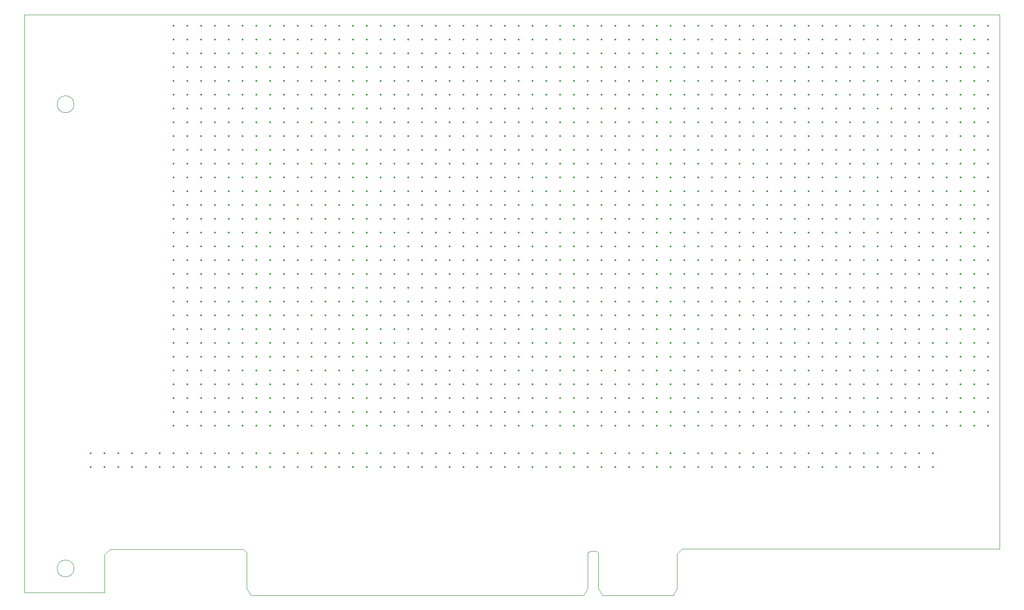
<source format=gbr>
%TF.GenerationSoftware,KiCad,Pcbnew,9.0.2*%
%TF.CreationDate,2025-06-03T09:59:19-04:00*%
%TF.ProjectId,PCI_Proto,5043495f-5072-46f7-946f-2e6b69636164,rev?*%
%TF.SameCoordinates,Original*%
%TF.FileFunction,Profile,NP*%
%FSLAX46Y46*%
G04 Gerber Fmt 4.6, Leading zero omitted, Abs format (unit mm)*
G04 Created by KiCad (PCBNEW 9.0.2) date 2025-06-03 09:59:19*
%MOMM*%
%LPD*%
G01*
G04 APERTURE LIST*
%TA.AperFunction,Profile*%
%ADD10C,0.050000*%
%TD*%
%ADD11C,0.350000*%
G04 APERTURE END LIST*
D10*
X84000000Y-146144365D02*
X84000000Y-139250000D01*
X84000000Y-139250000D02*
X85000000Y-138250000D01*
X190250000Y-138150000D02*
X248600000Y-138150000D01*
X174435000Y-138535000D02*
X173265000Y-138535000D01*
X189300000Y-139100000D02*
X190250000Y-138150000D01*
X172900000Y-145444365D02*
X172100000Y-146700000D01*
X188600000Y-146700000D02*
X175600000Y-146700000D01*
X69250000Y-146144365D02*
X69250000Y-39750000D01*
X69250000Y-39750000D02*
X248600000Y-39750000D01*
X110100000Y-145444365D02*
X110100000Y-138800000D01*
X174800000Y-145444365D02*
X175600000Y-146700000D01*
X174800000Y-138900000D02*
X174435000Y-138535000D01*
X174800000Y-145444365D02*
X174800000Y-138900000D01*
X78355635Y-56244365D02*
G75*
G02*
X75244365Y-56244365I-1555635J0D01*
G01*
X75244365Y-56244365D02*
G75*
G02*
X78355635Y-56244365I1555635J0D01*
G01*
X85000000Y-138250000D02*
X109500000Y-138250000D01*
X172900000Y-138900000D02*
X172900000Y-145444365D01*
X110100000Y-145444365D02*
X110850000Y-146700000D01*
X78355635Y-141744365D02*
G75*
G02*
X75244365Y-141744365I-1555635J0D01*
G01*
X75244365Y-141744365D02*
G75*
G02*
X78355635Y-141744365I1555635J0D01*
G01*
X109500000Y-138250000D02*
X110100000Y-138800000D01*
X189300000Y-145444365D02*
X188600000Y-146700000D01*
X69250000Y-146144365D02*
X84000000Y-146144365D01*
X172900000Y-138900000D02*
X173265000Y-138535000D01*
X248600000Y-39750000D02*
X248600000Y-138150000D01*
X189300000Y-145444365D02*
X189300000Y-139100000D01*
X172100000Y-146700000D02*
X110850000Y-146700000D01*
D11*
X198280000Y-64644365D03*
X200820000Y-64644365D03*
X203360000Y-64644365D03*
X205900000Y-64644365D03*
X208440000Y-64644365D03*
X210980000Y-64644365D03*
X213520000Y-64644365D03*
X216060000Y-64644365D03*
X218600000Y-64644365D03*
X221140000Y-64644365D03*
X198280000Y-62104365D03*
X200820000Y-62104365D03*
X203360000Y-62104365D03*
X205900000Y-62104365D03*
X208440000Y-62104365D03*
X210980000Y-62104365D03*
X213520000Y-62104365D03*
X216060000Y-62104365D03*
X218600000Y-62104365D03*
X221140000Y-62104365D03*
X198280000Y-59564365D03*
X200820000Y-59564365D03*
X203360000Y-59564365D03*
X205900000Y-59564365D03*
X208440000Y-59564365D03*
X210980000Y-59564365D03*
X213520000Y-59564365D03*
X216060000Y-59564365D03*
X218600000Y-59564365D03*
X221140000Y-59564365D03*
X198280000Y-57024365D03*
X200820000Y-57024365D03*
X203360000Y-57024365D03*
X205900000Y-57024365D03*
X208440000Y-57024365D03*
X210980000Y-57024365D03*
X213520000Y-57024365D03*
X216060000Y-57024365D03*
X218600000Y-57024365D03*
X221140000Y-57024365D03*
X198280000Y-54484365D03*
X200820000Y-54484365D03*
X203360000Y-54484365D03*
X205900000Y-54484365D03*
X208440000Y-54484365D03*
X210980000Y-54484365D03*
X213520000Y-54484365D03*
X216060000Y-54484365D03*
X218600000Y-54484365D03*
X221140000Y-54484365D03*
X198280000Y-51944365D03*
X200820000Y-51944365D03*
X203360000Y-51944365D03*
X205900000Y-51944365D03*
X208440000Y-51944365D03*
X210980000Y-51944365D03*
X213520000Y-51944365D03*
X216060000Y-51944365D03*
X218600000Y-51944365D03*
X221140000Y-51944365D03*
X198280000Y-49404365D03*
X200820000Y-49404365D03*
X203360000Y-49404365D03*
X205900000Y-49404365D03*
X208440000Y-49404365D03*
X210980000Y-49404365D03*
X213520000Y-49404365D03*
X216060000Y-49404365D03*
X218600000Y-49404365D03*
X221140000Y-49404365D03*
X198280000Y-46864365D03*
X200820000Y-46864365D03*
X203360000Y-46864365D03*
X205900000Y-46864365D03*
X208440000Y-46864365D03*
X210980000Y-46864365D03*
X213520000Y-46864365D03*
X216060000Y-46864365D03*
X218600000Y-46864365D03*
X221140000Y-46864365D03*
X198280000Y-44324365D03*
X200820000Y-44324365D03*
X203360000Y-44324365D03*
X205900000Y-44324365D03*
X208440000Y-44324365D03*
X210980000Y-44324365D03*
X213520000Y-44324365D03*
X216060000Y-44324365D03*
X218600000Y-44324365D03*
X221140000Y-44324365D03*
X198280000Y-41784365D03*
X200820000Y-41784365D03*
X203360000Y-41784365D03*
X205900000Y-41784365D03*
X208440000Y-41784365D03*
X210980000Y-41784365D03*
X213520000Y-41784365D03*
X216060000Y-41784365D03*
X218600000Y-41784365D03*
X221140000Y-41784365D03*
X81440000Y-120524365D03*
X83980000Y-120524365D03*
X86520000Y-120524365D03*
X89060000Y-120524365D03*
X91600000Y-120524365D03*
X94140000Y-120524365D03*
X96680000Y-120524365D03*
X99220000Y-120524365D03*
X101760000Y-120524365D03*
X104300000Y-120524365D03*
X106840000Y-120524365D03*
X109380000Y-120524365D03*
X111920000Y-120524365D03*
X114460000Y-120524365D03*
X117000000Y-120524365D03*
X119540000Y-120524365D03*
X122080000Y-120524365D03*
X124620000Y-120524365D03*
X127160000Y-120524365D03*
X129700000Y-120524365D03*
X132240000Y-120524365D03*
X134780000Y-120524365D03*
X137320000Y-120524365D03*
X139860000Y-120524365D03*
X142400000Y-120524365D03*
X144940000Y-120524365D03*
X147480000Y-120524365D03*
X150020000Y-120524365D03*
X152560000Y-120524365D03*
X155100000Y-120524365D03*
X157640000Y-120524365D03*
X160180000Y-120524365D03*
X162720000Y-120524365D03*
X165260000Y-120524365D03*
X167800000Y-120524365D03*
X170340000Y-120524365D03*
X172880000Y-120524365D03*
X175420000Y-120524365D03*
X177960000Y-120524365D03*
X180500000Y-120524365D03*
X183040000Y-120524365D03*
X185580000Y-120524365D03*
X188120000Y-120524365D03*
X190660000Y-120524365D03*
X193200000Y-120524365D03*
X195740000Y-120524365D03*
X198280000Y-120524365D03*
X200820000Y-120524365D03*
X203360000Y-120524365D03*
X205900000Y-120524365D03*
X208440000Y-120524365D03*
X210980000Y-120524365D03*
X213520000Y-120524365D03*
X216060000Y-120524365D03*
X218600000Y-120524365D03*
X221140000Y-120524365D03*
X223680000Y-120524365D03*
X226220000Y-120524365D03*
X228760000Y-120524365D03*
X231300000Y-120524365D03*
X233840000Y-120524365D03*
X236380000Y-120524365D03*
X81440000Y-123064365D03*
X83980000Y-123064365D03*
X86520000Y-123064365D03*
X89060000Y-123064365D03*
X91600000Y-123064365D03*
X94140000Y-123064365D03*
X96680000Y-123064365D03*
X99220000Y-123064365D03*
X101760000Y-123064365D03*
X104300000Y-123064365D03*
X106840000Y-123064365D03*
X109380000Y-123064365D03*
X111920000Y-123064365D03*
X114460000Y-123064365D03*
X117000000Y-123064365D03*
X119540000Y-123064365D03*
X122080000Y-123064365D03*
X124620000Y-123064365D03*
X127160000Y-123064365D03*
X129700000Y-123064365D03*
X132240000Y-123064365D03*
X134780000Y-123064365D03*
X137320000Y-123064365D03*
X139860000Y-123064365D03*
X142400000Y-123064365D03*
X144940000Y-123064365D03*
X147480000Y-123064365D03*
X150020000Y-123064365D03*
X152560000Y-123064365D03*
X155100000Y-123064365D03*
X157640000Y-123064365D03*
X160180000Y-123064365D03*
X162720000Y-123064365D03*
X165260000Y-123064365D03*
X167800000Y-123064365D03*
X170340000Y-123064365D03*
X172880000Y-123064365D03*
X175420000Y-123064365D03*
X177960000Y-123064365D03*
X180500000Y-123064365D03*
X183040000Y-123064365D03*
X185580000Y-123064365D03*
X188120000Y-123064365D03*
X190660000Y-123064365D03*
X193200000Y-123064365D03*
X195740000Y-123064365D03*
X198280000Y-123064365D03*
X200820000Y-123064365D03*
X203360000Y-123064365D03*
X205900000Y-123064365D03*
X208440000Y-123064365D03*
X210980000Y-123064365D03*
X213520000Y-123064365D03*
X216060000Y-123064365D03*
X218600000Y-123064365D03*
X221140000Y-123064365D03*
X223680000Y-123064365D03*
X226220000Y-123064365D03*
X228760000Y-123064365D03*
X231300000Y-123064365D03*
X233840000Y-123064365D03*
X236380000Y-123064365D03*
X223680000Y-64644365D03*
X226220000Y-64644365D03*
X228760000Y-64644365D03*
X231300000Y-64644365D03*
X233840000Y-64644365D03*
X236380000Y-64644365D03*
X238920000Y-64644365D03*
X241460000Y-64644365D03*
X244000000Y-64644365D03*
X246540000Y-64644365D03*
X223680000Y-62104365D03*
X226220000Y-62104365D03*
X228760000Y-62104365D03*
X231300000Y-62104365D03*
X233840000Y-62104365D03*
X236380000Y-62104365D03*
X238920000Y-62104365D03*
X241460000Y-62104365D03*
X244000000Y-62104365D03*
X246540000Y-62104365D03*
X223680000Y-59564365D03*
X226220000Y-59564365D03*
X228760000Y-59564365D03*
X231300000Y-59564365D03*
X233840000Y-59564365D03*
X236380000Y-59564365D03*
X238920000Y-59564365D03*
X241460000Y-59564365D03*
X244000000Y-59564365D03*
X246540000Y-59564365D03*
X223680000Y-57024365D03*
X226220000Y-57024365D03*
X228760000Y-57024365D03*
X231300000Y-57024365D03*
X233840000Y-57024365D03*
X236380000Y-57024365D03*
X238920000Y-57024365D03*
X241460000Y-57024365D03*
X244000000Y-57024365D03*
X246540000Y-57024365D03*
X223680000Y-54484365D03*
X226220000Y-54484365D03*
X228760000Y-54484365D03*
X231300000Y-54484365D03*
X233840000Y-54484365D03*
X236380000Y-54484365D03*
X238920000Y-54484365D03*
X241460000Y-54484365D03*
X244000000Y-54484365D03*
X246540000Y-54484365D03*
X223680000Y-51944365D03*
X226220000Y-51944365D03*
X228760000Y-51944365D03*
X231300000Y-51944365D03*
X233840000Y-51944365D03*
X236380000Y-51944365D03*
X238920000Y-51944365D03*
X241460000Y-51944365D03*
X244000000Y-51944365D03*
X246540000Y-51944365D03*
X223680000Y-49404365D03*
X226220000Y-49404365D03*
X228760000Y-49404365D03*
X231300000Y-49404365D03*
X233840000Y-49404365D03*
X236380000Y-49404365D03*
X238920000Y-49404365D03*
X241460000Y-49404365D03*
X244000000Y-49404365D03*
X246540000Y-49404365D03*
X223680000Y-46864365D03*
X226220000Y-46864365D03*
X228760000Y-46864365D03*
X231300000Y-46864365D03*
X233840000Y-46864365D03*
X236380000Y-46864365D03*
X238920000Y-46864365D03*
X241460000Y-46864365D03*
X244000000Y-46864365D03*
X246540000Y-46864365D03*
X223680000Y-44324365D03*
X226220000Y-44324365D03*
X228760000Y-44324365D03*
X231300000Y-44324365D03*
X233840000Y-44324365D03*
X236380000Y-44324365D03*
X238920000Y-44324365D03*
X241460000Y-44324365D03*
X244000000Y-44324365D03*
X246540000Y-44324365D03*
X223680000Y-41784365D03*
X226220000Y-41784365D03*
X228760000Y-41784365D03*
X231300000Y-41784365D03*
X233840000Y-41784365D03*
X236380000Y-41784365D03*
X238920000Y-41784365D03*
X241460000Y-41784365D03*
X244000000Y-41784365D03*
X246540000Y-41784365D03*
X172880000Y-115444365D03*
X175420000Y-115444365D03*
X177960000Y-115444365D03*
X180500000Y-115444365D03*
X183040000Y-115444365D03*
X185580000Y-115444365D03*
X188120000Y-115444365D03*
X190660000Y-115444365D03*
X193200000Y-115444365D03*
X195740000Y-115444365D03*
X172880000Y-112904365D03*
X175420000Y-112904365D03*
X177960000Y-112904365D03*
X180500000Y-112904365D03*
X183040000Y-112904365D03*
X185580000Y-112904365D03*
X188120000Y-112904365D03*
X190660000Y-112904365D03*
X193200000Y-112904365D03*
X195740000Y-112904365D03*
X172880000Y-110364365D03*
X175420000Y-110364365D03*
X177960000Y-110364365D03*
X180500000Y-110364365D03*
X183040000Y-110364365D03*
X185580000Y-110364365D03*
X188120000Y-110364365D03*
X190660000Y-110364365D03*
X193200000Y-110364365D03*
X195740000Y-110364365D03*
X172880000Y-107824365D03*
X175420000Y-107824365D03*
X177960000Y-107824365D03*
X180500000Y-107824365D03*
X183040000Y-107824365D03*
X185580000Y-107824365D03*
X188120000Y-107824365D03*
X190660000Y-107824365D03*
X193200000Y-107824365D03*
X195740000Y-107824365D03*
X172880000Y-105284365D03*
X175420000Y-105284365D03*
X177960000Y-105284365D03*
X180500000Y-105284365D03*
X183040000Y-105284365D03*
X185580000Y-105284365D03*
X188120000Y-105284365D03*
X190660000Y-105284365D03*
X193200000Y-105284365D03*
X195740000Y-105284365D03*
X172880000Y-102744365D03*
X175420000Y-102744365D03*
X177960000Y-102744365D03*
X180500000Y-102744365D03*
X183040000Y-102744365D03*
X185580000Y-102744365D03*
X188120000Y-102744365D03*
X190660000Y-102744365D03*
X193200000Y-102744365D03*
X195740000Y-102744365D03*
X172880000Y-100204365D03*
X175420000Y-100204365D03*
X177960000Y-100204365D03*
X180500000Y-100204365D03*
X183040000Y-100204365D03*
X185580000Y-100204365D03*
X188120000Y-100204365D03*
X190660000Y-100204365D03*
X193200000Y-100204365D03*
X195740000Y-100204365D03*
X172880000Y-97664365D03*
X175420000Y-97664365D03*
X177960000Y-97664365D03*
X180500000Y-97664365D03*
X183040000Y-97664365D03*
X185580000Y-97664365D03*
X188120000Y-97664365D03*
X190660000Y-97664365D03*
X193200000Y-97664365D03*
X195740000Y-97664365D03*
X172880000Y-95124365D03*
X175420000Y-95124365D03*
X177960000Y-95124365D03*
X180500000Y-95124365D03*
X183040000Y-95124365D03*
X185580000Y-95124365D03*
X188120000Y-95124365D03*
X190660000Y-95124365D03*
X193200000Y-95124365D03*
X195740000Y-95124365D03*
X172880000Y-92584365D03*
X175420000Y-92584365D03*
X177960000Y-92584365D03*
X180500000Y-92584365D03*
X183040000Y-92584365D03*
X185580000Y-92584365D03*
X188120000Y-92584365D03*
X190660000Y-92584365D03*
X193200000Y-92584365D03*
X195740000Y-92584365D03*
X122080000Y-115444365D03*
X124620000Y-115444365D03*
X127160000Y-115444365D03*
X129700000Y-115444365D03*
X132240000Y-115444365D03*
X134780000Y-115444365D03*
X137320000Y-115444365D03*
X139860000Y-115444365D03*
X142400000Y-115444365D03*
X144940000Y-115444365D03*
X122080000Y-112904365D03*
X124620000Y-112904365D03*
X127160000Y-112904365D03*
X129700000Y-112904365D03*
X132240000Y-112904365D03*
X134780000Y-112904365D03*
X137320000Y-112904365D03*
X139860000Y-112904365D03*
X142400000Y-112904365D03*
X144940000Y-112904365D03*
X122080000Y-110364365D03*
X124620000Y-110364365D03*
X127160000Y-110364365D03*
X129700000Y-110364365D03*
X132240000Y-110364365D03*
X134780000Y-110364365D03*
X137320000Y-110364365D03*
X139860000Y-110364365D03*
X142400000Y-110364365D03*
X144940000Y-110364365D03*
X122080000Y-107824365D03*
X124620000Y-107824365D03*
X127160000Y-107824365D03*
X129700000Y-107824365D03*
X132240000Y-107824365D03*
X134780000Y-107824365D03*
X137320000Y-107824365D03*
X139860000Y-107824365D03*
X142400000Y-107824365D03*
X144940000Y-107824365D03*
X122080000Y-105284365D03*
X124620000Y-105284365D03*
X127160000Y-105284365D03*
X129700000Y-105284365D03*
X132240000Y-105284365D03*
X134780000Y-105284365D03*
X137320000Y-105284365D03*
X139860000Y-105284365D03*
X142400000Y-105284365D03*
X144940000Y-105284365D03*
X122080000Y-102744365D03*
X124620000Y-102744365D03*
X127160000Y-102744365D03*
X129700000Y-102744365D03*
X132240000Y-102744365D03*
X134780000Y-102744365D03*
X137320000Y-102744365D03*
X139860000Y-102744365D03*
X142400000Y-102744365D03*
X144940000Y-102744365D03*
X122080000Y-100204365D03*
X124620000Y-100204365D03*
X127160000Y-100204365D03*
X129700000Y-100204365D03*
X132240000Y-100204365D03*
X134780000Y-100204365D03*
X137320000Y-100204365D03*
X139860000Y-100204365D03*
X142400000Y-100204365D03*
X144940000Y-100204365D03*
X122080000Y-97664365D03*
X124620000Y-97664365D03*
X127160000Y-97664365D03*
X129700000Y-97664365D03*
X132240000Y-97664365D03*
X134780000Y-97664365D03*
X137320000Y-97664365D03*
X139860000Y-97664365D03*
X142400000Y-97664365D03*
X144940000Y-97664365D03*
X122080000Y-95124365D03*
X124620000Y-95124365D03*
X127160000Y-95124365D03*
X129700000Y-95124365D03*
X132240000Y-95124365D03*
X134780000Y-95124365D03*
X137320000Y-95124365D03*
X139860000Y-95124365D03*
X142400000Y-95124365D03*
X144940000Y-95124365D03*
X122080000Y-92584365D03*
X124620000Y-92584365D03*
X127160000Y-92584365D03*
X129700000Y-92584365D03*
X132240000Y-92584365D03*
X134780000Y-92584365D03*
X137320000Y-92584365D03*
X139860000Y-92584365D03*
X142400000Y-92584365D03*
X144940000Y-92584365D03*
X96680000Y-64644365D03*
X99220000Y-64644365D03*
X101760000Y-64644365D03*
X104300000Y-64644365D03*
X106840000Y-64644365D03*
X109380000Y-64644365D03*
X111920000Y-64644365D03*
X114460000Y-64644365D03*
X117000000Y-64644365D03*
X119540000Y-64644365D03*
X96680000Y-62104365D03*
X99220000Y-62104365D03*
X101760000Y-62104365D03*
X104300000Y-62104365D03*
X106840000Y-62104365D03*
X109380000Y-62104365D03*
X111920000Y-62104365D03*
X114460000Y-62104365D03*
X117000000Y-62104365D03*
X119540000Y-62104365D03*
X96680000Y-59564365D03*
X99220000Y-59564365D03*
X101760000Y-59564365D03*
X104300000Y-59564365D03*
X106840000Y-59564365D03*
X109380000Y-59564365D03*
X111920000Y-59564365D03*
X114460000Y-59564365D03*
X117000000Y-59564365D03*
X119540000Y-59564365D03*
X96680000Y-57024365D03*
X99220000Y-57024365D03*
X101760000Y-57024365D03*
X104300000Y-57024365D03*
X106840000Y-57024365D03*
X109380000Y-57024365D03*
X111920000Y-57024365D03*
X114460000Y-57024365D03*
X117000000Y-57024365D03*
X119540000Y-57024365D03*
X96680000Y-54484365D03*
X99220000Y-54484365D03*
X101760000Y-54484365D03*
X104300000Y-54484365D03*
X106840000Y-54484365D03*
X109380000Y-54484365D03*
X111920000Y-54484365D03*
X114460000Y-54484365D03*
X117000000Y-54484365D03*
X119540000Y-54484365D03*
X96680000Y-51944365D03*
X99220000Y-51944365D03*
X101760000Y-51944365D03*
X104300000Y-51944365D03*
X106840000Y-51944365D03*
X109380000Y-51944365D03*
X111920000Y-51944365D03*
X114460000Y-51944365D03*
X117000000Y-51944365D03*
X119540000Y-51944365D03*
X96680000Y-49404365D03*
X99220000Y-49404365D03*
X101760000Y-49404365D03*
X104300000Y-49404365D03*
X106840000Y-49404365D03*
X109380000Y-49404365D03*
X111920000Y-49404365D03*
X114460000Y-49404365D03*
X117000000Y-49404365D03*
X119540000Y-49404365D03*
X96680000Y-46864365D03*
X99220000Y-46864365D03*
X101760000Y-46864365D03*
X104300000Y-46864365D03*
X106840000Y-46864365D03*
X109380000Y-46864365D03*
X111920000Y-46864365D03*
X114460000Y-46864365D03*
X117000000Y-46864365D03*
X119540000Y-46864365D03*
X96680000Y-44324365D03*
X99220000Y-44324365D03*
X101760000Y-44324365D03*
X104300000Y-44324365D03*
X106840000Y-44324365D03*
X109380000Y-44324365D03*
X111920000Y-44324365D03*
X114460000Y-44324365D03*
X117000000Y-44324365D03*
X119540000Y-44324365D03*
X96680000Y-41784365D03*
X99220000Y-41784365D03*
X101760000Y-41784365D03*
X104300000Y-41784365D03*
X106840000Y-41784365D03*
X109380000Y-41784365D03*
X111920000Y-41784365D03*
X114460000Y-41784365D03*
X117000000Y-41784365D03*
X119540000Y-41784365D03*
X147480000Y-115444365D03*
X150020000Y-115444365D03*
X152560000Y-115444365D03*
X155100000Y-115444365D03*
X157640000Y-115444365D03*
X160180000Y-115444365D03*
X162720000Y-115444365D03*
X165260000Y-115444365D03*
X167800000Y-115444365D03*
X170340000Y-115444365D03*
X147480000Y-112904365D03*
X150020000Y-112904365D03*
X152560000Y-112904365D03*
X155100000Y-112904365D03*
X157640000Y-112904365D03*
X160180000Y-112904365D03*
X162720000Y-112904365D03*
X165260000Y-112904365D03*
X167800000Y-112904365D03*
X170340000Y-112904365D03*
X147480000Y-110364365D03*
X150020000Y-110364365D03*
X152560000Y-110364365D03*
X155100000Y-110364365D03*
X157640000Y-110364365D03*
X160180000Y-110364365D03*
X162720000Y-110364365D03*
X165260000Y-110364365D03*
X167800000Y-110364365D03*
X170340000Y-110364365D03*
X147480000Y-107824365D03*
X150020000Y-107824365D03*
X152560000Y-107824365D03*
X155100000Y-107824365D03*
X157640000Y-107824365D03*
X160180000Y-107824365D03*
X162720000Y-107824365D03*
X165260000Y-107824365D03*
X167800000Y-107824365D03*
X170340000Y-107824365D03*
X147480000Y-105284365D03*
X150020000Y-105284365D03*
X152560000Y-105284365D03*
X155100000Y-105284365D03*
X157640000Y-105284365D03*
X160180000Y-105284365D03*
X162720000Y-105284365D03*
X165260000Y-105284365D03*
X167800000Y-105284365D03*
X170340000Y-105284365D03*
X147480000Y-102744365D03*
X150020000Y-102744365D03*
X152560000Y-102744365D03*
X155100000Y-102744365D03*
X157640000Y-102744365D03*
X160180000Y-102744365D03*
X162720000Y-102744365D03*
X165260000Y-102744365D03*
X167800000Y-102744365D03*
X170340000Y-102744365D03*
X147480000Y-100204365D03*
X150020000Y-100204365D03*
X152560000Y-100204365D03*
X155100000Y-100204365D03*
X157640000Y-100204365D03*
X160180000Y-100204365D03*
X162720000Y-100204365D03*
X165260000Y-100204365D03*
X167800000Y-100204365D03*
X170340000Y-100204365D03*
X147480000Y-97664365D03*
X150020000Y-97664365D03*
X152560000Y-97664365D03*
X155100000Y-97664365D03*
X157640000Y-97664365D03*
X160180000Y-97664365D03*
X162720000Y-97664365D03*
X165260000Y-97664365D03*
X167800000Y-97664365D03*
X170340000Y-97664365D03*
X147480000Y-95124365D03*
X150020000Y-95124365D03*
X152560000Y-95124365D03*
X155100000Y-95124365D03*
X157640000Y-95124365D03*
X160180000Y-95124365D03*
X162720000Y-95124365D03*
X165260000Y-95124365D03*
X167800000Y-95124365D03*
X170340000Y-95124365D03*
X147480000Y-92584365D03*
X150020000Y-92584365D03*
X152560000Y-92584365D03*
X155100000Y-92584365D03*
X157640000Y-92584365D03*
X160180000Y-92584365D03*
X162720000Y-92584365D03*
X165260000Y-92584365D03*
X167800000Y-92584365D03*
X170340000Y-92584365D03*
X223680000Y-115444365D03*
X226220000Y-115444365D03*
X228760000Y-115444365D03*
X231300000Y-115444365D03*
X233840000Y-115444365D03*
X236380000Y-115444365D03*
X238920000Y-115444365D03*
X241460000Y-115444365D03*
X244000000Y-115444365D03*
X246540000Y-115444365D03*
X223680000Y-112904365D03*
X226220000Y-112904365D03*
X228760000Y-112904365D03*
X231300000Y-112904365D03*
X233840000Y-112904365D03*
X236380000Y-112904365D03*
X238920000Y-112904365D03*
X241460000Y-112904365D03*
X244000000Y-112904365D03*
X246540000Y-112904365D03*
X223680000Y-110364365D03*
X226220000Y-110364365D03*
X228760000Y-110364365D03*
X231300000Y-110364365D03*
X233840000Y-110364365D03*
X236380000Y-110364365D03*
X238920000Y-110364365D03*
X241460000Y-110364365D03*
X244000000Y-110364365D03*
X246540000Y-110364365D03*
X223680000Y-107824365D03*
X226220000Y-107824365D03*
X228760000Y-107824365D03*
X231300000Y-107824365D03*
X233840000Y-107824365D03*
X236380000Y-107824365D03*
X238920000Y-107824365D03*
X241460000Y-107824365D03*
X244000000Y-107824365D03*
X246540000Y-107824365D03*
X223680000Y-105284365D03*
X226220000Y-105284365D03*
X228760000Y-105284365D03*
X231300000Y-105284365D03*
X233840000Y-105284365D03*
X236380000Y-105284365D03*
X238920000Y-105284365D03*
X241460000Y-105284365D03*
X244000000Y-105284365D03*
X246540000Y-105284365D03*
X223680000Y-102744365D03*
X226220000Y-102744365D03*
X228760000Y-102744365D03*
X231300000Y-102744365D03*
X233840000Y-102744365D03*
X236380000Y-102744365D03*
X238920000Y-102744365D03*
X241460000Y-102744365D03*
X244000000Y-102744365D03*
X246540000Y-102744365D03*
X223680000Y-100204365D03*
X226220000Y-100204365D03*
X228760000Y-100204365D03*
X231300000Y-100204365D03*
X233840000Y-100204365D03*
X236380000Y-100204365D03*
X238920000Y-100204365D03*
X241460000Y-100204365D03*
X244000000Y-100204365D03*
X246540000Y-100204365D03*
X223680000Y-97664365D03*
X226220000Y-97664365D03*
X228760000Y-97664365D03*
X231300000Y-97664365D03*
X233840000Y-97664365D03*
X236380000Y-97664365D03*
X238920000Y-97664365D03*
X241460000Y-97664365D03*
X244000000Y-97664365D03*
X246540000Y-97664365D03*
X223680000Y-95124365D03*
X226220000Y-95124365D03*
X228760000Y-95124365D03*
X231300000Y-95124365D03*
X233840000Y-95124365D03*
X236380000Y-95124365D03*
X238920000Y-95124365D03*
X241460000Y-95124365D03*
X244000000Y-95124365D03*
X246540000Y-95124365D03*
X223680000Y-92584365D03*
X226220000Y-92584365D03*
X228760000Y-92584365D03*
X231300000Y-92584365D03*
X233840000Y-92584365D03*
X236380000Y-92584365D03*
X238920000Y-92584365D03*
X241460000Y-92584365D03*
X244000000Y-92584365D03*
X246540000Y-92584365D03*
X147480000Y-90044365D03*
X150020000Y-90044365D03*
X152560000Y-90044365D03*
X155100000Y-90044365D03*
X157640000Y-90044365D03*
X160180000Y-90044365D03*
X162720000Y-90044365D03*
X165260000Y-90044365D03*
X167800000Y-90044365D03*
X170340000Y-90044365D03*
X147480000Y-87504365D03*
X150020000Y-87504365D03*
X152560000Y-87504365D03*
X155100000Y-87504365D03*
X157640000Y-87504365D03*
X160180000Y-87504365D03*
X162720000Y-87504365D03*
X165260000Y-87504365D03*
X167800000Y-87504365D03*
X170340000Y-87504365D03*
X147480000Y-84964365D03*
X150020000Y-84964365D03*
X152560000Y-84964365D03*
X155100000Y-84964365D03*
X157640000Y-84964365D03*
X160180000Y-84964365D03*
X162720000Y-84964365D03*
X165260000Y-84964365D03*
X167800000Y-84964365D03*
X170340000Y-84964365D03*
X147480000Y-82424365D03*
X150020000Y-82424365D03*
X152560000Y-82424365D03*
X155100000Y-82424365D03*
X157640000Y-82424365D03*
X160180000Y-82424365D03*
X162720000Y-82424365D03*
X165260000Y-82424365D03*
X167800000Y-82424365D03*
X170340000Y-82424365D03*
X147480000Y-79884365D03*
X150020000Y-79884365D03*
X152560000Y-79884365D03*
X155100000Y-79884365D03*
X157640000Y-79884365D03*
X160180000Y-79884365D03*
X162720000Y-79884365D03*
X165260000Y-79884365D03*
X167800000Y-79884365D03*
X170340000Y-79884365D03*
X147480000Y-77344365D03*
X150020000Y-77344365D03*
X152560000Y-77344365D03*
X155100000Y-77344365D03*
X157640000Y-77344365D03*
X160180000Y-77344365D03*
X162720000Y-77344365D03*
X165260000Y-77344365D03*
X167800000Y-77344365D03*
X170340000Y-77344365D03*
X147480000Y-74804365D03*
X150020000Y-74804365D03*
X152560000Y-74804365D03*
X155100000Y-74804365D03*
X157640000Y-74804365D03*
X160180000Y-74804365D03*
X162720000Y-74804365D03*
X165260000Y-74804365D03*
X167800000Y-74804365D03*
X170340000Y-74804365D03*
X147480000Y-72264365D03*
X150020000Y-72264365D03*
X152560000Y-72264365D03*
X155100000Y-72264365D03*
X157640000Y-72264365D03*
X160180000Y-72264365D03*
X162720000Y-72264365D03*
X165260000Y-72264365D03*
X167800000Y-72264365D03*
X170340000Y-72264365D03*
X147480000Y-69724365D03*
X150020000Y-69724365D03*
X152560000Y-69724365D03*
X155100000Y-69724365D03*
X157640000Y-69724365D03*
X160180000Y-69724365D03*
X162720000Y-69724365D03*
X165260000Y-69724365D03*
X167800000Y-69724365D03*
X170340000Y-69724365D03*
X147480000Y-67184365D03*
X150020000Y-67184365D03*
X152560000Y-67184365D03*
X155100000Y-67184365D03*
X157640000Y-67184365D03*
X160180000Y-67184365D03*
X162720000Y-67184365D03*
X165260000Y-67184365D03*
X167800000Y-67184365D03*
X170340000Y-67184365D03*
X172880000Y-90044365D03*
X175420000Y-90044365D03*
X177960000Y-90044365D03*
X180500000Y-90044365D03*
X183040000Y-90044365D03*
X185580000Y-90044365D03*
X188120000Y-90044365D03*
X190660000Y-90044365D03*
X193200000Y-90044365D03*
X195740000Y-90044365D03*
X172880000Y-87504365D03*
X175420000Y-87504365D03*
X177960000Y-87504365D03*
X180500000Y-87504365D03*
X183040000Y-87504365D03*
X185580000Y-87504365D03*
X188120000Y-87504365D03*
X190660000Y-87504365D03*
X193200000Y-87504365D03*
X195740000Y-87504365D03*
X172880000Y-84964365D03*
X175420000Y-84964365D03*
X177960000Y-84964365D03*
X180500000Y-84964365D03*
X183040000Y-84964365D03*
X185580000Y-84964365D03*
X188120000Y-84964365D03*
X190660000Y-84964365D03*
X193200000Y-84964365D03*
X195740000Y-84964365D03*
X172880000Y-82424365D03*
X175420000Y-82424365D03*
X177960000Y-82424365D03*
X180500000Y-82424365D03*
X183040000Y-82424365D03*
X185580000Y-82424365D03*
X188120000Y-82424365D03*
X190660000Y-82424365D03*
X193200000Y-82424365D03*
X195740000Y-82424365D03*
X172880000Y-79884365D03*
X175420000Y-79884365D03*
X177960000Y-79884365D03*
X180500000Y-79884365D03*
X183040000Y-79884365D03*
X185580000Y-79884365D03*
X188120000Y-79884365D03*
X190660000Y-79884365D03*
X193200000Y-79884365D03*
X195740000Y-79884365D03*
X172880000Y-77344365D03*
X175420000Y-77344365D03*
X177960000Y-77344365D03*
X180500000Y-77344365D03*
X183040000Y-77344365D03*
X185580000Y-77344365D03*
X188120000Y-77344365D03*
X190660000Y-77344365D03*
X193200000Y-77344365D03*
X195740000Y-77344365D03*
X172880000Y-74804365D03*
X175420000Y-74804365D03*
X177960000Y-74804365D03*
X180500000Y-74804365D03*
X183040000Y-74804365D03*
X185580000Y-74804365D03*
X188120000Y-74804365D03*
X190660000Y-74804365D03*
X193200000Y-74804365D03*
X195740000Y-74804365D03*
X172880000Y-72264365D03*
X175420000Y-72264365D03*
X177960000Y-72264365D03*
X180500000Y-72264365D03*
X183040000Y-72264365D03*
X185580000Y-72264365D03*
X188120000Y-72264365D03*
X190660000Y-72264365D03*
X193200000Y-72264365D03*
X195740000Y-72264365D03*
X172880000Y-69724365D03*
X175420000Y-69724365D03*
X177960000Y-69724365D03*
X180500000Y-69724365D03*
X183040000Y-69724365D03*
X185580000Y-69724365D03*
X188120000Y-69724365D03*
X190660000Y-69724365D03*
X193200000Y-69724365D03*
X195740000Y-69724365D03*
X172880000Y-67184365D03*
X175420000Y-67184365D03*
X177960000Y-67184365D03*
X180500000Y-67184365D03*
X183040000Y-67184365D03*
X185580000Y-67184365D03*
X188120000Y-67184365D03*
X190660000Y-67184365D03*
X193200000Y-67184365D03*
X195740000Y-67184365D03*
X172880000Y-64644365D03*
X175420000Y-64644365D03*
X177960000Y-64644365D03*
X180500000Y-64644365D03*
X183040000Y-64644365D03*
X185580000Y-64644365D03*
X188120000Y-64644365D03*
X190660000Y-64644365D03*
X193200000Y-64644365D03*
X195740000Y-64644365D03*
X172880000Y-62104365D03*
X175420000Y-62104365D03*
X177960000Y-62104365D03*
X180500000Y-62104365D03*
X183040000Y-62104365D03*
X185580000Y-62104365D03*
X188120000Y-62104365D03*
X190660000Y-62104365D03*
X193200000Y-62104365D03*
X195740000Y-62104365D03*
X172880000Y-59564365D03*
X175420000Y-59564365D03*
X177960000Y-59564365D03*
X180500000Y-59564365D03*
X183040000Y-59564365D03*
X185580000Y-59564365D03*
X188120000Y-59564365D03*
X190660000Y-59564365D03*
X193200000Y-59564365D03*
X195740000Y-59564365D03*
X172880000Y-57024365D03*
X175420000Y-57024365D03*
X177960000Y-57024365D03*
X180500000Y-57024365D03*
X183040000Y-57024365D03*
X185580000Y-57024365D03*
X188120000Y-57024365D03*
X190660000Y-57024365D03*
X193200000Y-57024365D03*
X195740000Y-57024365D03*
X172880000Y-54484365D03*
X175420000Y-54484365D03*
X177960000Y-54484365D03*
X180500000Y-54484365D03*
X183040000Y-54484365D03*
X185580000Y-54484365D03*
X188120000Y-54484365D03*
X190660000Y-54484365D03*
X193200000Y-54484365D03*
X195740000Y-54484365D03*
X172880000Y-51944365D03*
X175420000Y-51944365D03*
X177960000Y-51944365D03*
X180500000Y-51944365D03*
X183040000Y-51944365D03*
X185580000Y-51944365D03*
X188120000Y-51944365D03*
X190660000Y-51944365D03*
X193200000Y-51944365D03*
X195740000Y-51944365D03*
X172880000Y-49404365D03*
X175420000Y-49404365D03*
X177960000Y-49404365D03*
X180500000Y-49404365D03*
X183040000Y-49404365D03*
X185580000Y-49404365D03*
X188120000Y-49404365D03*
X190660000Y-49404365D03*
X193200000Y-49404365D03*
X195740000Y-49404365D03*
X172880000Y-46864365D03*
X175420000Y-46864365D03*
X177960000Y-46864365D03*
X180500000Y-46864365D03*
X183040000Y-46864365D03*
X185580000Y-46864365D03*
X188120000Y-46864365D03*
X190660000Y-46864365D03*
X193200000Y-46864365D03*
X195740000Y-46864365D03*
X172880000Y-44324365D03*
X175420000Y-44324365D03*
X177960000Y-44324365D03*
X180500000Y-44324365D03*
X183040000Y-44324365D03*
X185580000Y-44324365D03*
X188120000Y-44324365D03*
X190660000Y-44324365D03*
X193200000Y-44324365D03*
X195740000Y-44324365D03*
X172880000Y-41784365D03*
X175420000Y-41784365D03*
X177960000Y-41784365D03*
X180500000Y-41784365D03*
X183040000Y-41784365D03*
X185580000Y-41784365D03*
X188120000Y-41784365D03*
X190660000Y-41784365D03*
X193200000Y-41784365D03*
X195740000Y-41784365D03*
X122080000Y-90044365D03*
X124620000Y-90044365D03*
X127160000Y-90044365D03*
X129700000Y-90044365D03*
X132240000Y-90044365D03*
X134780000Y-90044365D03*
X137320000Y-90044365D03*
X139860000Y-90044365D03*
X142400000Y-90044365D03*
X144940000Y-90044365D03*
X122080000Y-87504365D03*
X124620000Y-87504365D03*
X127160000Y-87504365D03*
X129700000Y-87504365D03*
X132240000Y-87504365D03*
X134780000Y-87504365D03*
X137320000Y-87504365D03*
X139860000Y-87504365D03*
X142400000Y-87504365D03*
X144940000Y-87504365D03*
X122080000Y-84964365D03*
X124620000Y-84964365D03*
X127160000Y-84964365D03*
X129700000Y-84964365D03*
X132240000Y-84964365D03*
X134780000Y-84964365D03*
X137320000Y-84964365D03*
X139860000Y-84964365D03*
X142400000Y-84964365D03*
X144940000Y-84964365D03*
X122080000Y-82424365D03*
X124620000Y-82424365D03*
X127160000Y-82424365D03*
X129700000Y-82424365D03*
X132240000Y-82424365D03*
X134780000Y-82424365D03*
X137320000Y-82424365D03*
X139860000Y-82424365D03*
X142400000Y-82424365D03*
X144940000Y-82424365D03*
X122080000Y-79884365D03*
X124620000Y-79884365D03*
X127160000Y-79884365D03*
X129700000Y-79884365D03*
X132240000Y-79884365D03*
X134780000Y-79884365D03*
X137320000Y-79884365D03*
X139860000Y-79884365D03*
X142400000Y-79884365D03*
X144940000Y-79884365D03*
X122080000Y-77344365D03*
X124620000Y-77344365D03*
X127160000Y-77344365D03*
X129700000Y-77344365D03*
X132240000Y-77344365D03*
X134780000Y-77344365D03*
X137320000Y-77344365D03*
X139860000Y-77344365D03*
X142400000Y-77344365D03*
X144940000Y-77344365D03*
X122080000Y-74804365D03*
X124620000Y-74804365D03*
X127160000Y-74804365D03*
X129700000Y-74804365D03*
X132240000Y-74804365D03*
X134780000Y-74804365D03*
X137320000Y-74804365D03*
X139860000Y-74804365D03*
X142400000Y-74804365D03*
X144940000Y-74804365D03*
X122080000Y-72264365D03*
X124620000Y-72264365D03*
X127160000Y-72264365D03*
X129700000Y-72264365D03*
X132240000Y-72264365D03*
X134780000Y-72264365D03*
X137320000Y-72264365D03*
X139860000Y-72264365D03*
X142400000Y-72264365D03*
X144940000Y-72264365D03*
X122080000Y-69724365D03*
X124620000Y-69724365D03*
X127160000Y-69724365D03*
X129700000Y-69724365D03*
X132240000Y-69724365D03*
X134780000Y-69724365D03*
X137320000Y-69724365D03*
X139860000Y-69724365D03*
X142400000Y-69724365D03*
X144940000Y-69724365D03*
X122080000Y-67184365D03*
X124620000Y-67184365D03*
X127160000Y-67184365D03*
X129700000Y-67184365D03*
X132240000Y-67184365D03*
X134780000Y-67184365D03*
X137320000Y-67184365D03*
X139860000Y-67184365D03*
X142400000Y-67184365D03*
X144940000Y-67184365D03*
X96680000Y-90044365D03*
X99220000Y-90044365D03*
X101760000Y-90044365D03*
X104300000Y-90044365D03*
X106840000Y-90044365D03*
X109380000Y-90044365D03*
X111920000Y-90044365D03*
X114460000Y-90044365D03*
X117000000Y-90044365D03*
X119540000Y-90044365D03*
X96680000Y-87504365D03*
X99220000Y-87504365D03*
X101760000Y-87504365D03*
X104300000Y-87504365D03*
X106840000Y-87504365D03*
X109380000Y-87504365D03*
X111920000Y-87504365D03*
X114460000Y-87504365D03*
X117000000Y-87504365D03*
X119540000Y-87504365D03*
X96680000Y-84964365D03*
X99220000Y-84964365D03*
X101760000Y-84964365D03*
X104300000Y-84964365D03*
X106840000Y-84964365D03*
X109380000Y-84964365D03*
X111920000Y-84964365D03*
X114460000Y-84964365D03*
X117000000Y-84964365D03*
X119540000Y-84964365D03*
X96680000Y-82424365D03*
X99220000Y-82424365D03*
X101760000Y-82424365D03*
X104300000Y-82424365D03*
X106840000Y-82424365D03*
X109380000Y-82424365D03*
X111920000Y-82424365D03*
X114460000Y-82424365D03*
X117000000Y-82424365D03*
X119540000Y-82424365D03*
X96680000Y-79884365D03*
X99220000Y-79884365D03*
X101760000Y-79884365D03*
X104300000Y-79884365D03*
X106840000Y-79884365D03*
X109380000Y-79884365D03*
X111920000Y-79884365D03*
X114460000Y-79884365D03*
X117000000Y-79884365D03*
X119540000Y-79884365D03*
X96680000Y-77344365D03*
X99220000Y-77344365D03*
X101760000Y-77344365D03*
X104300000Y-77344365D03*
X106840000Y-77344365D03*
X109380000Y-77344365D03*
X111920000Y-77344365D03*
X114460000Y-77344365D03*
X117000000Y-77344365D03*
X119540000Y-77344365D03*
X96680000Y-74804365D03*
X99220000Y-74804365D03*
X101760000Y-74804365D03*
X104300000Y-74804365D03*
X106840000Y-74804365D03*
X109380000Y-74804365D03*
X111920000Y-74804365D03*
X114460000Y-74804365D03*
X117000000Y-74804365D03*
X119540000Y-74804365D03*
X96680000Y-72264365D03*
X99220000Y-72264365D03*
X101760000Y-72264365D03*
X104300000Y-72264365D03*
X106840000Y-72264365D03*
X109380000Y-72264365D03*
X111920000Y-72264365D03*
X114460000Y-72264365D03*
X117000000Y-72264365D03*
X119540000Y-72264365D03*
X96680000Y-69724365D03*
X99220000Y-69724365D03*
X101760000Y-69724365D03*
X104300000Y-69724365D03*
X106840000Y-69724365D03*
X109380000Y-69724365D03*
X111920000Y-69724365D03*
X114460000Y-69724365D03*
X117000000Y-69724365D03*
X119540000Y-69724365D03*
X96680000Y-67184365D03*
X99220000Y-67184365D03*
X101760000Y-67184365D03*
X104300000Y-67184365D03*
X106840000Y-67184365D03*
X109380000Y-67184365D03*
X111920000Y-67184365D03*
X114460000Y-67184365D03*
X117000000Y-67184365D03*
X119540000Y-67184365D03*
X198280000Y-90044365D03*
X200820000Y-90044365D03*
X203360000Y-90044365D03*
X205900000Y-90044365D03*
X208440000Y-90044365D03*
X210980000Y-90044365D03*
X213520000Y-90044365D03*
X216060000Y-90044365D03*
X218600000Y-90044365D03*
X221140000Y-90044365D03*
X198280000Y-87504365D03*
X200820000Y-87504365D03*
X203360000Y-87504365D03*
X205900000Y-87504365D03*
X208440000Y-87504365D03*
X210980000Y-87504365D03*
X213520000Y-87504365D03*
X216060000Y-87504365D03*
X218600000Y-87504365D03*
X221140000Y-87504365D03*
X198280000Y-84964365D03*
X200820000Y-84964365D03*
X203360000Y-84964365D03*
X205900000Y-84964365D03*
X208440000Y-84964365D03*
X210980000Y-84964365D03*
X213520000Y-84964365D03*
X216060000Y-84964365D03*
X218600000Y-84964365D03*
X221140000Y-84964365D03*
X198280000Y-82424365D03*
X200820000Y-82424365D03*
X203360000Y-82424365D03*
X205900000Y-82424365D03*
X208440000Y-82424365D03*
X210980000Y-82424365D03*
X213520000Y-82424365D03*
X216060000Y-82424365D03*
X218600000Y-82424365D03*
X221140000Y-82424365D03*
X198280000Y-79884365D03*
X200820000Y-79884365D03*
X203360000Y-79884365D03*
X205900000Y-79884365D03*
X208440000Y-79884365D03*
X210980000Y-79884365D03*
X213520000Y-79884365D03*
X216060000Y-79884365D03*
X218600000Y-79884365D03*
X221140000Y-79884365D03*
X198280000Y-77344365D03*
X200820000Y-77344365D03*
X203360000Y-77344365D03*
X205900000Y-77344365D03*
X208440000Y-77344365D03*
X210980000Y-77344365D03*
X213520000Y-77344365D03*
X216060000Y-77344365D03*
X218600000Y-77344365D03*
X221140000Y-77344365D03*
X198280000Y-74804365D03*
X200820000Y-74804365D03*
X203360000Y-74804365D03*
X205900000Y-74804365D03*
X208440000Y-74804365D03*
X210980000Y-74804365D03*
X213520000Y-74804365D03*
X216060000Y-74804365D03*
X218600000Y-74804365D03*
X221140000Y-74804365D03*
X198280000Y-72264365D03*
X200820000Y-72264365D03*
X203360000Y-72264365D03*
X205900000Y-72264365D03*
X208440000Y-72264365D03*
X210980000Y-72264365D03*
X213520000Y-72264365D03*
X216060000Y-72264365D03*
X218600000Y-72264365D03*
X221140000Y-72264365D03*
X198280000Y-69724365D03*
X200820000Y-69724365D03*
X203360000Y-69724365D03*
X205900000Y-69724365D03*
X208440000Y-69724365D03*
X210980000Y-69724365D03*
X213520000Y-69724365D03*
X216060000Y-69724365D03*
X218600000Y-69724365D03*
X221140000Y-69724365D03*
X198280000Y-67184365D03*
X200820000Y-67184365D03*
X203360000Y-67184365D03*
X205900000Y-67184365D03*
X208440000Y-67184365D03*
X210980000Y-67184365D03*
X213520000Y-67184365D03*
X216060000Y-67184365D03*
X218600000Y-67184365D03*
X221140000Y-67184365D03*
X147480000Y-64644365D03*
X150020000Y-64644365D03*
X152560000Y-64644365D03*
X155100000Y-64644365D03*
X157640000Y-64644365D03*
X160180000Y-64644365D03*
X162720000Y-64644365D03*
X165260000Y-64644365D03*
X167800000Y-64644365D03*
X170340000Y-64644365D03*
X147480000Y-62104365D03*
X150020000Y-62104365D03*
X152560000Y-62104365D03*
X155100000Y-62104365D03*
X157640000Y-62104365D03*
X160180000Y-62104365D03*
X162720000Y-62104365D03*
X165260000Y-62104365D03*
X167800000Y-62104365D03*
X170340000Y-62104365D03*
X147480000Y-59564365D03*
X150020000Y-59564365D03*
X152560000Y-59564365D03*
X155100000Y-59564365D03*
X157640000Y-59564365D03*
X160180000Y-59564365D03*
X162720000Y-59564365D03*
X165260000Y-59564365D03*
X167800000Y-59564365D03*
X170340000Y-59564365D03*
X147480000Y-57024365D03*
X150020000Y-57024365D03*
X152560000Y-57024365D03*
X155100000Y-57024365D03*
X157640000Y-57024365D03*
X160180000Y-57024365D03*
X162720000Y-57024365D03*
X165260000Y-57024365D03*
X167800000Y-57024365D03*
X170340000Y-57024365D03*
X147480000Y-54484365D03*
X150020000Y-54484365D03*
X152560000Y-54484365D03*
X155100000Y-54484365D03*
X157640000Y-54484365D03*
X160180000Y-54484365D03*
X162720000Y-54484365D03*
X165260000Y-54484365D03*
X167800000Y-54484365D03*
X170340000Y-54484365D03*
X147480000Y-51944365D03*
X150020000Y-51944365D03*
X152560000Y-51944365D03*
X155100000Y-51944365D03*
X157640000Y-51944365D03*
X160180000Y-51944365D03*
X162720000Y-51944365D03*
X165260000Y-51944365D03*
X167800000Y-51944365D03*
X170340000Y-51944365D03*
X147480000Y-49404365D03*
X150020000Y-49404365D03*
X152560000Y-49404365D03*
X155100000Y-49404365D03*
X157640000Y-49404365D03*
X160180000Y-49404365D03*
X162720000Y-49404365D03*
X165260000Y-49404365D03*
X167800000Y-49404365D03*
X170340000Y-49404365D03*
X147480000Y-46864365D03*
X150020000Y-46864365D03*
X152560000Y-46864365D03*
X155100000Y-46864365D03*
X157640000Y-46864365D03*
X160180000Y-46864365D03*
X162720000Y-46864365D03*
X165260000Y-46864365D03*
X167800000Y-46864365D03*
X170340000Y-46864365D03*
X147480000Y-44324365D03*
X150020000Y-44324365D03*
X152560000Y-44324365D03*
X155100000Y-44324365D03*
X157640000Y-44324365D03*
X160180000Y-44324365D03*
X162720000Y-44324365D03*
X165260000Y-44324365D03*
X167800000Y-44324365D03*
X170340000Y-44324365D03*
X147480000Y-41784365D03*
X150020000Y-41784365D03*
X152560000Y-41784365D03*
X155100000Y-41784365D03*
X157640000Y-41784365D03*
X160180000Y-41784365D03*
X162720000Y-41784365D03*
X165260000Y-41784365D03*
X167800000Y-41784365D03*
X170340000Y-41784365D03*
X122080000Y-64644365D03*
X124620000Y-64644365D03*
X127160000Y-64644365D03*
X129700000Y-64644365D03*
X132240000Y-64644365D03*
X134780000Y-64644365D03*
X137320000Y-64644365D03*
X139860000Y-64644365D03*
X142400000Y-64644365D03*
X144940000Y-64644365D03*
X122080000Y-62104365D03*
X124620000Y-62104365D03*
X127160000Y-62104365D03*
X129700000Y-62104365D03*
X132240000Y-62104365D03*
X134780000Y-62104365D03*
X137320000Y-62104365D03*
X139860000Y-62104365D03*
X142400000Y-62104365D03*
X144940000Y-62104365D03*
X122080000Y-59564365D03*
X124620000Y-59564365D03*
X127160000Y-59564365D03*
X129700000Y-59564365D03*
X132240000Y-59564365D03*
X134780000Y-59564365D03*
X137320000Y-59564365D03*
X139860000Y-59564365D03*
X142400000Y-59564365D03*
X144940000Y-59564365D03*
X122080000Y-57024365D03*
X124620000Y-57024365D03*
X127160000Y-57024365D03*
X129700000Y-57024365D03*
X132240000Y-57024365D03*
X134780000Y-57024365D03*
X137320000Y-57024365D03*
X139860000Y-57024365D03*
X142400000Y-57024365D03*
X144940000Y-57024365D03*
X122080000Y-54484365D03*
X124620000Y-54484365D03*
X127160000Y-54484365D03*
X129700000Y-54484365D03*
X132240000Y-54484365D03*
X134780000Y-54484365D03*
X137320000Y-54484365D03*
X139860000Y-54484365D03*
X142400000Y-54484365D03*
X144940000Y-54484365D03*
X122080000Y-51944365D03*
X124620000Y-51944365D03*
X127160000Y-51944365D03*
X129700000Y-51944365D03*
X132240000Y-51944365D03*
X134780000Y-51944365D03*
X137320000Y-51944365D03*
X139860000Y-51944365D03*
X142400000Y-51944365D03*
X144940000Y-51944365D03*
X122080000Y-49404365D03*
X124620000Y-49404365D03*
X127160000Y-49404365D03*
X129700000Y-49404365D03*
X132240000Y-49404365D03*
X134780000Y-49404365D03*
X137320000Y-49404365D03*
X139860000Y-49404365D03*
X142400000Y-49404365D03*
X144940000Y-49404365D03*
X122080000Y-46864365D03*
X124620000Y-46864365D03*
X127160000Y-46864365D03*
X129700000Y-46864365D03*
X132240000Y-46864365D03*
X134780000Y-46864365D03*
X137320000Y-46864365D03*
X139860000Y-46864365D03*
X142400000Y-46864365D03*
X144940000Y-46864365D03*
X122080000Y-44324365D03*
X124620000Y-44324365D03*
X127160000Y-44324365D03*
X129700000Y-44324365D03*
X132240000Y-44324365D03*
X134780000Y-44324365D03*
X137320000Y-44324365D03*
X139860000Y-44324365D03*
X142400000Y-44324365D03*
X144940000Y-44324365D03*
X122080000Y-41784365D03*
X124620000Y-41784365D03*
X127160000Y-41784365D03*
X129700000Y-41784365D03*
X132240000Y-41784365D03*
X134780000Y-41784365D03*
X137320000Y-41784365D03*
X139860000Y-41784365D03*
X142400000Y-41784365D03*
X144940000Y-41784365D03*
X223680000Y-90044365D03*
X226220000Y-90044365D03*
X228760000Y-90044365D03*
X231300000Y-90044365D03*
X233840000Y-90044365D03*
X236380000Y-90044365D03*
X238920000Y-90044365D03*
X241460000Y-90044365D03*
X244000000Y-90044365D03*
X246540000Y-90044365D03*
X223680000Y-87504365D03*
X226220000Y-87504365D03*
X228760000Y-87504365D03*
X231300000Y-87504365D03*
X233840000Y-87504365D03*
X236380000Y-87504365D03*
X238920000Y-87504365D03*
X241460000Y-87504365D03*
X244000000Y-87504365D03*
X246540000Y-87504365D03*
X223680000Y-84964365D03*
X226220000Y-84964365D03*
X228760000Y-84964365D03*
X231300000Y-84964365D03*
X233840000Y-84964365D03*
X236380000Y-84964365D03*
X238920000Y-84964365D03*
X241460000Y-84964365D03*
X244000000Y-84964365D03*
X246540000Y-84964365D03*
X223680000Y-82424365D03*
X226220000Y-82424365D03*
X228760000Y-82424365D03*
X231300000Y-82424365D03*
X233840000Y-82424365D03*
X236380000Y-82424365D03*
X238920000Y-82424365D03*
X241460000Y-82424365D03*
X244000000Y-82424365D03*
X246540000Y-82424365D03*
X223680000Y-79884365D03*
X226220000Y-79884365D03*
X228760000Y-79884365D03*
X231300000Y-79884365D03*
X233840000Y-79884365D03*
X236380000Y-79884365D03*
X238920000Y-79884365D03*
X241460000Y-79884365D03*
X244000000Y-79884365D03*
X246540000Y-79884365D03*
X223680000Y-77344365D03*
X226220000Y-77344365D03*
X228760000Y-77344365D03*
X231300000Y-77344365D03*
X233840000Y-77344365D03*
X236380000Y-77344365D03*
X238920000Y-77344365D03*
X241460000Y-77344365D03*
X244000000Y-77344365D03*
X246540000Y-77344365D03*
X223680000Y-74804365D03*
X226220000Y-74804365D03*
X228760000Y-74804365D03*
X231300000Y-74804365D03*
X233840000Y-74804365D03*
X236380000Y-74804365D03*
X238920000Y-74804365D03*
X241460000Y-74804365D03*
X244000000Y-74804365D03*
X246540000Y-74804365D03*
X223680000Y-72264365D03*
X226220000Y-72264365D03*
X228760000Y-72264365D03*
X231300000Y-72264365D03*
X233840000Y-72264365D03*
X236380000Y-72264365D03*
X238920000Y-72264365D03*
X241460000Y-72264365D03*
X244000000Y-72264365D03*
X246540000Y-72264365D03*
X223680000Y-69724365D03*
X226220000Y-69724365D03*
X228760000Y-69724365D03*
X231300000Y-69724365D03*
X233840000Y-69724365D03*
X236380000Y-69724365D03*
X238920000Y-69724365D03*
X241460000Y-69724365D03*
X244000000Y-69724365D03*
X246540000Y-69724365D03*
X223680000Y-67184365D03*
X226220000Y-67184365D03*
X228760000Y-67184365D03*
X231300000Y-67184365D03*
X233840000Y-67184365D03*
X236380000Y-67184365D03*
X238920000Y-67184365D03*
X241460000Y-67184365D03*
X244000000Y-67184365D03*
X246540000Y-67184365D03*
X198280000Y-115444365D03*
X200820000Y-115444365D03*
X203360000Y-115444365D03*
X205900000Y-115444365D03*
X208440000Y-115444365D03*
X210980000Y-115444365D03*
X213520000Y-115444365D03*
X216060000Y-115444365D03*
X218600000Y-115444365D03*
X221140000Y-115444365D03*
X198280000Y-112904365D03*
X200820000Y-112904365D03*
X203360000Y-112904365D03*
X205900000Y-112904365D03*
X208440000Y-112904365D03*
X210980000Y-112904365D03*
X213520000Y-112904365D03*
X216060000Y-112904365D03*
X218600000Y-112904365D03*
X221140000Y-112904365D03*
X198280000Y-110364365D03*
X200820000Y-110364365D03*
X203360000Y-110364365D03*
X205900000Y-110364365D03*
X208440000Y-110364365D03*
X210980000Y-110364365D03*
X213520000Y-110364365D03*
X216060000Y-110364365D03*
X218600000Y-110364365D03*
X221140000Y-110364365D03*
X198280000Y-107824365D03*
X200820000Y-107824365D03*
X203360000Y-107824365D03*
X205900000Y-107824365D03*
X208440000Y-107824365D03*
X210980000Y-107824365D03*
X213520000Y-107824365D03*
X216060000Y-107824365D03*
X218600000Y-107824365D03*
X221140000Y-107824365D03*
X198280000Y-105284365D03*
X200820000Y-105284365D03*
X203360000Y-105284365D03*
X205900000Y-105284365D03*
X208440000Y-105284365D03*
X210980000Y-105284365D03*
X213520000Y-105284365D03*
X216060000Y-105284365D03*
X218600000Y-105284365D03*
X221140000Y-105284365D03*
X198280000Y-102744365D03*
X200820000Y-102744365D03*
X203360000Y-102744365D03*
X205900000Y-102744365D03*
X208440000Y-102744365D03*
X210980000Y-102744365D03*
X213520000Y-102744365D03*
X216060000Y-102744365D03*
X218600000Y-102744365D03*
X221140000Y-102744365D03*
X198280000Y-100204365D03*
X200820000Y-100204365D03*
X203360000Y-100204365D03*
X205900000Y-100204365D03*
X208440000Y-100204365D03*
X210980000Y-100204365D03*
X213520000Y-100204365D03*
X216060000Y-100204365D03*
X218600000Y-100204365D03*
X221140000Y-100204365D03*
X198280000Y-97664365D03*
X200820000Y-97664365D03*
X203360000Y-97664365D03*
X205900000Y-97664365D03*
X208440000Y-97664365D03*
X210980000Y-97664365D03*
X213520000Y-97664365D03*
X216060000Y-97664365D03*
X218600000Y-97664365D03*
X221140000Y-97664365D03*
X198280000Y-95124365D03*
X200820000Y-95124365D03*
X203360000Y-95124365D03*
X205900000Y-95124365D03*
X208440000Y-95124365D03*
X210980000Y-95124365D03*
X213520000Y-95124365D03*
X216060000Y-95124365D03*
X218600000Y-95124365D03*
X221140000Y-95124365D03*
X198280000Y-92584365D03*
X200820000Y-92584365D03*
X203360000Y-92584365D03*
X205900000Y-92584365D03*
X208440000Y-92584365D03*
X210980000Y-92584365D03*
X213520000Y-92584365D03*
X216060000Y-92584365D03*
X218600000Y-92584365D03*
X221140000Y-92584365D03*
X96680000Y-115444365D03*
X99220000Y-115444365D03*
X101760000Y-115444365D03*
X104300000Y-115444365D03*
X106840000Y-115444365D03*
X109380000Y-115444365D03*
X111920000Y-115444365D03*
X114460000Y-115444365D03*
X117000000Y-115444365D03*
X119540000Y-115444365D03*
X96680000Y-112904365D03*
X99220000Y-112904365D03*
X101760000Y-112904365D03*
X104300000Y-112904365D03*
X106840000Y-112904365D03*
X109380000Y-112904365D03*
X111920000Y-112904365D03*
X114460000Y-112904365D03*
X117000000Y-112904365D03*
X119540000Y-112904365D03*
X96680000Y-110364365D03*
X99220000Y-110364365D03*
X101760000Y-110364365D03*
X104300000Y-110364365D03*
X106840000Y-110364365D03*
X109380000Y-110364365D03*
X111920000Y-110364365D03*
X114460000Y-110364365D03*
X117000000Y-110364365D03*
X119540000Y-110364365D03*
X96680000Y-107824365D03*
X99220000Y-107824365D03*
X101760000Y-107824365D03*
X104300000Y-107824365D03*
X106840000Y-107824365D03*
X109380000Y-107824365D03*
X111920000Y-107824365D03*
X114460000Y-107824365D03*
X117000000Y-107824365D03*
X119540000Y-107824365D03*
X96680000Y-105284365D03*
X99220000Y-105284365D03*
X101760000Y-105284365D03*
X104300000Y-105284365D03*
X106840000Y-105284365D03*
X109380000Y-105284365D03*
X111920000Y-105284365D03*
X114460000Y-105284365D03*
X117000000Y-105284365D03*
X119540000Y-105284365D03*
X96680000Y-102744365D03*
X99220000Y-102744365D03*
X101760000Y-102744365D03*
X104300000Y-102744365D03*
X106840000Y-102744365D03*
X109380000Y-102744365D03*
X111920000Y-102744365D03*
X114460000Y-102744365D03*
X117000000Y-102744365D03*
X119540000Y-102744365D03*
X96680000Y-100204365D03*
X99220000Y-100204365D03*
X101760000Y-100204365D03*
X104300000Y-100204365D03*
X106840000Y-100204365D03*
X109380000Y-100204365D03*
X111920000Y-100204365D03*
X114460000Y-100204365D03*
X117000000Y-100204365D03*
X119540000Y-100204365D03*
X96680000Y-97664365D03*
X99220000Y-97664365D03*
X101760000Y-97664365D03*
X104300000Y-97664365D03*
X106840000Y-97664365D03*
X109380000Y-97664365D03*
X111920000Y-97664365D03*
X114460000Y-97664365D03*
X117000000Y-97664365D03*
X119540000Y-97664365D03*
X96680000Y-95124365D03*
X99220000Y-95124365D03*
X101760000Y-95124365D03*
X104300000Y-95124365D03*
X106840000Y-95124365D03*
X109380000Y-95124365D03*
X111920000Y-95124365D03*
X114460000Y-95124365D03*
X117000000Y-95124365D03*
X119540000Y-95124365D03*
X96680000Y-92584365D03*
X99220000Y-92584365D03*
X101760000Y-92584365D03*
X104300000Y-92584365D03*
X106840000Y-92584365D03*
X109380000Y-92584365D03*
X111920000Y-92584365D03*
X114460000Y-92584365D03*
X117000000Y-92584365D03*
X119540000Y-92584365D03*
M02*

</source>
